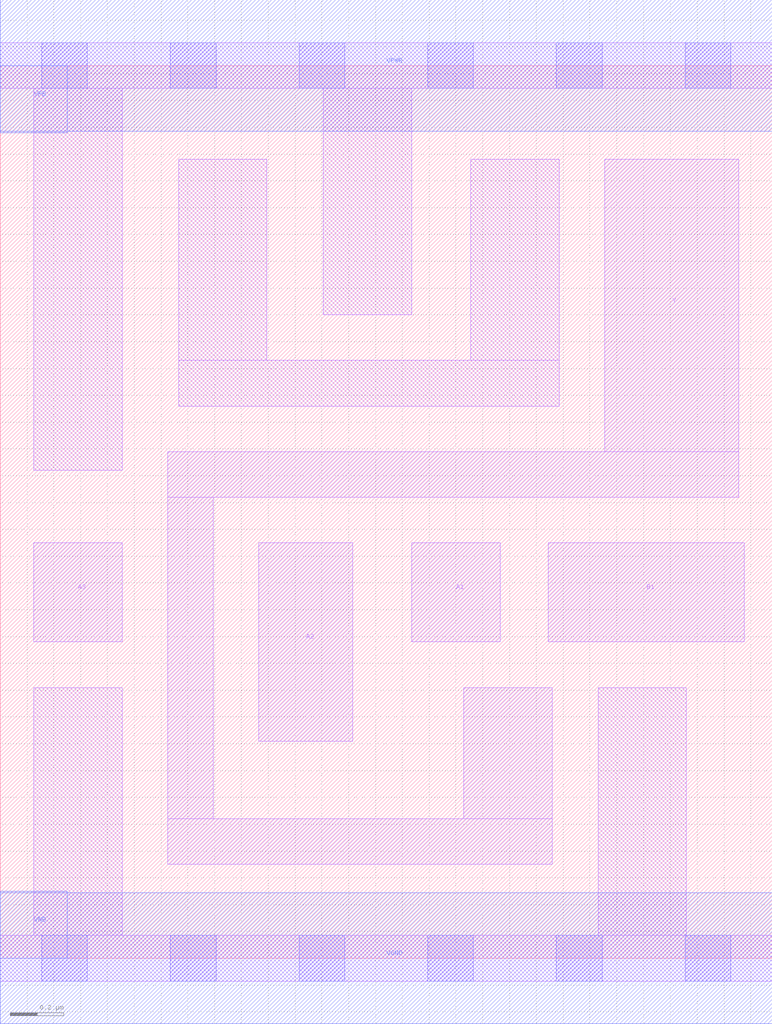
<source format=lef>
# Copyright 2020 The SkyWater PDK Authors
#
# Licensed under the Apache License, Version 2.0 (the "License");
# you may not use this file except in compliance with the License.
# You may obtain a copy of the License at
#
#     https://www.apache.org/licenses/LICENSE-2.0
#
# Unless required by applicable law or agreed to in writing, software
# distributed under the License is distributed on an "AS IS" BASIS,
# WITHOUT WARRANTIES OR CONDITIONS OF ANY KIND, either express or implied.
# See the License for the specific language governing permissions and
# limitations under the License.
#
# SPDX-License-Identifier: Apache-2.0

VERSION 5.5 ;
NAMESCASESENSITIVE ON ;
BUSBITCHARS "[]" ;
DIVIDERCHAR "/" ;
MACRO sky130_fd_sc_ms__a31oi_1
  CLASS CORE ;
  SOURCE USER ;
  ORIGIN  0.000000  0.000000 ;
  SIZE  2.880000 BY  3.330000 ;
  SYMMETRY X Y ;
  SITE unit ;
  PIN A1
    ANTENNAGATEAREA  0.279000 ;
    DIRECTION INPUT ;
    USE SIGNAL ;
    PORT
      LAYER li1 ;
        RECT 1.535000 1.180000 1.865000 1.550000 ;
    END
  END A1
  PIN A2
    ANTENNAGATEAREA  0.279000 ;
    DIRECTION INPUT ;
    USE SIGNAL ;
    PORT
      LAYER li1 ;
        RECT 0.965000 0.810000 1.315000 1.550000 ;
    END
  END A2
  PIN A3
    ANTENNAGATEAREA  0.279000 ;
    DIRECTION INPUT ;
    USE SIGNAL ;
    PORT
      LAYER li1 ;
        RECT 0.125000 1.180000 0.455000 1.550000 ;
    END
  END A3
  PIN B1
    ANTENNAGATEAREA  0.279000 ;
    DIRECTION INPUT ;
    USE SIGNAL ;
    PORT
      LAYER li1 ;
        RECT 2.045000 1.180000 2.775000 1.550000 ;
    END
  END B1
  PIN Y
    ANTENNADIFFAREA  0.641200 ;
    DIRECTION OUTPUT ;
    USE SIGNAL ;
    PORT
      LAYER li1 ;
        RECT 0.625000 0.350000 2.060000 0.520000 ;
        RECT 0.625000 0.520000 0.795000 1.720000 ;
        RECT 0.625000 1.720000 2.755000 1.890000 ;
        RECT 1.730000 0.520000 2.060000 1.010000 ;
        RECT 2.255000 1.890000 2.755000 2.980000 ;
    END
  END Y
  PIN VGND
    DIRECTION INOUT ;
    USE GROUND ;
    PORT
      LAYER met1 ;
        RECT 0.000000 -0.245000 2.880000 0.245000 ;
    END
  END VGND
  PIN VNB
    DIRECTION INOUT ;
    USE GROUND ;
    PORT
      LAYER met1 ;
        RECT 0.000000 0.000000 0.250000 0.250000 ;
    END
  END VNB
  PIN VPB
    DIRECTION INOUT ;
    USE POWER ;
    PORT
      LAYER met1 ;
        RECT 0.000000 3.080000 0.250000 3.330000 ;
    END
  END VPB
  PIN VPWR
    DIRECTION INOUT ;
    USE POWER ;
    PORT
      LAYER met1 ;
        RECT 0.000000 3.085000 2.880000 3.575000 ;
    END
  END VPWR
  OBS
    LAYER li1 ;
      RECT 0.000000 -0.085000 2.880000 0.085000 ;
      RECT 0.000000  3.245000 2.880000 3.415000 ;
      RECT 0.125000  0.085000 0.455000 1.010000 ;
      RECT 0.125000  1.820000 0.455000 3.245000 ;
      RECT 0.665000  2.060000 2.085000 2.230000 ;
      RECT 0.665000  2.230000 0.995000 2.980000 ;
      RECT 1.205000  2.400000 1.535000 3.245000 ;
      RECT 1.755000  2.230000 2.085000 2.980000 ;
      RECT 2.230000  0.085000 2.560000 1.010000 ;
    LAYER mcon ;
      RECT 0.155000 -0.085000 0.325000 0.085000 ;
      RECT 0.155000  3.245000 0.325000 3.415000 ;
      RECT 0.635000 -0.085000 0.805000 0.085000 ;
      RECT 0.635000  3.245000 0.805000 3.415000 ;
      RECT 1.115000 -0.085000 1.285000 0.085000 ;
      RECT 1.115000  3.245000 1.285000 3.415000 ;
      RECT 1.595000 -0.085000 1.765000 0.085000 ;
      RECT 1.595000  3.245000 1.765000 3.415000 ;
      RECT 2.075000 -0.085000 2.245000 0.085000 ;
      RECT 2.075000  3.245000 2.245000 3.415000 ;
      RECT 2.555000 -0.085000 2.725000 0.085000 ;
      RECT 2.555000  3.245000 2.725000 3.415000 ;
  END
END sky130_fd_sc_ms__a31oi_1
END LIBRARY

</source>
